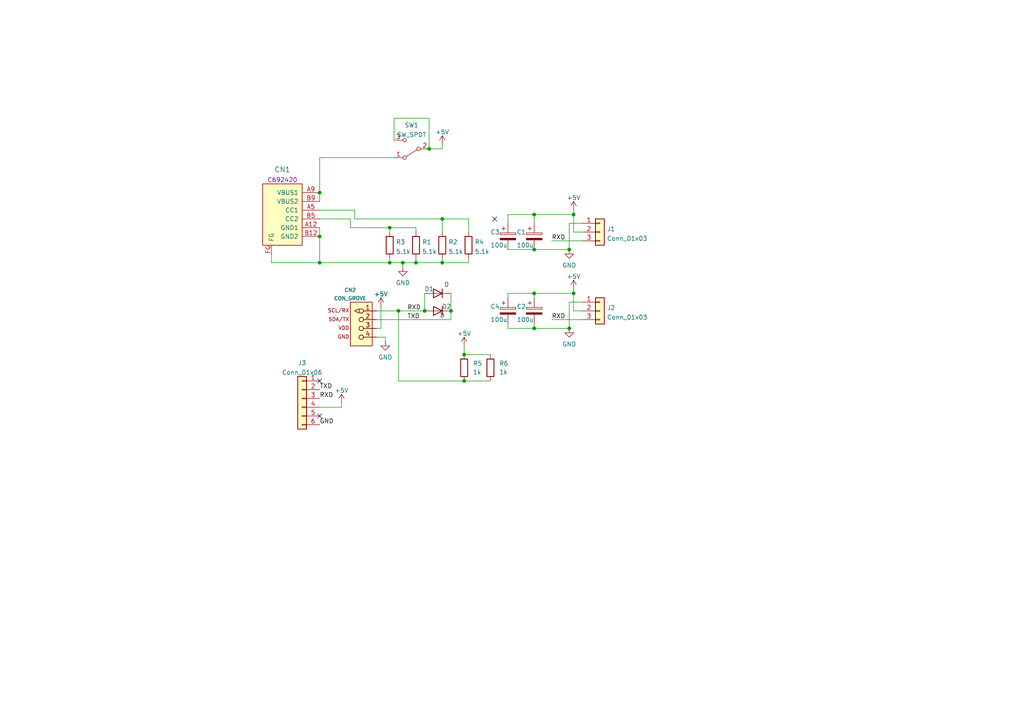
<source format=kicad_sch>
(kicad_sch (version 20211123) (generator eeschema)
  (paper "A4")
  (lib_symbols
    (symbol "Connector_Generic:Conn_01x03" (pin_names (offset 1.016) hide)
      (property "Reference" "J" (at 0 5.08 0))
      (property "Value" "Conn_01x03" (at 0 -5.08 0))
      (symbol "Conn_01x03_1_1"
        (rectangle (start -1.27 -2.413) (end 0 -2.667) (stroke (width 0.1524)))
        (rectangle (start -1.27 0.127) (end 0 -0.127) (stroke (width 0.1524)))
        (rectangle (start -1.27 2.667) (end 0 2.413) (stroke (width 0.1524)))
        (rectangle (start -1.27 3.81) (end 1.27 -3.81) (stroke (width 0.254)) (fill (type background)))
        (pin passive line (at -5.08 2.54 0) (length 3.81) (name "Pin_1") (number "1"))
        (pin passive line (at -5.08 0 0) (length 3.81) (name "Pin_2") (number "2"))
        (pin passive line (at -5.08 -2.54 0) (length 3.81) (name "Pin_3") (number "3"))
      )
    )
    (symbol "Connector_Generic:Conn_01x06" (pin_names (offset 1.016) hide)
      (property "Reference" "J" (at 0 7.62 0))
      (property "Value" "Conn_01x06" (at 0 -10.16 0))
      (symbol "Conn_01x06_1_1"
        (rectangle (start -1.27 -7.493) (end 0 -7.747) (stroke (width 0.1524)))
        (rectangle (start -1.27 -4.953) (end 0 -5.207) (stroke (width 0.1524)))
        (rectangle (start -1.27 -2.413) (end 0 -2.667) (stroke (width 0.1524)))
        (rectangle (start -1.27 0.127) (end 0 -0.127) (stroke (width 0.1524)))
        (rectangle (start -1.27 2.667) (end 0 2.413) (stroke (width 0.1524)))
        (rectangle (start -1.27 5.207) (end 0 4.953) (stroke (width 0.1524)))
        (rectangle (start -1.27 6.35) (end 1.27 -8.89) (stroke (width 0.254)) (fill (type background)))
        (pin passive line (at -5.08 5.08 0) (length 3.81) (name "Pin_1") (number "1"))
        (pin passive line (at -5.08 2.54 0) (length 3.81) (name "Pin_2") (number "2"))
        (pin passive line (at -5.08 0 0) (length 3.81) (name "Pin_3") (number "3"))
        (pin passive line (at -5.08 -2.54 0) (length 3.81) (name "Pin_4") (number "4"))
        (pin passive line (at -5.08 -5.08 0) (length 3.81) (name "Pin_5") (number "5"))
        (pin passive line (at -5.08 -7.62 0) (length 3.81) (name "Pin_6") (number "6"))
      )
    )
    (symbol "Device:C_Polarized" (pin_numbers hide) (pin_names (offset 0.254))
      (property "Reference" "C" (at 0.635 2.54 0))
      (property "Value" "C_Polarized" (at 0.635 -2.54 0))
      (symbol "C_Polarized_0_1"
        (rectangle (start -2.286 0.508) (end 2.286 1.016))
        (polyline (pts (xy -1.778 2.286) (xy -0.762 2.286)))
        (polyline (pts (xy -1.27 2.794) (xy -1.27 1.778)))
        (rectangle (start 2.286 -0.508) (end -2.286 -1.016) (fill (type outline)))
      )
      (symbol "C_Polarized_1_1"
        (pin passive line (at 0 3.81 270) (length 2.794) (name "~") (number "1"))
        (pin passive line (at 0 -3.81 90) (length 2.794) (name "~") (number "2"))
      )
    )
    (symbol "Device:D" (pin_numbers hide) (pin_names (offset 1.016) hide)
      (property "Reference" "D" (at 0 2.54 0))
      (property "Value" "D" (at 0 -2.54 0))
      (symbol "D_0_1"
        (polyline (pts (xy -1.27 1.27) (xy -1.27 -1.27)) (stroke (width 0.254)))
        (polyline (pts (xy 1.27 0) (xy -1.27 0)))
        (polyline (pts (xy 1.27 1.27) (xy 1.27 -1.27) (xy -1.27 0) (xy 1.27 1.27)) (stroke (width 0.254)))
      )
      (symbol "D_1_1"
        (pin passive line (at -3.81 0 0) (length 2.54) (name "K") (number "1"))
        (pin passive line (at 3.81 0 180) (length 2.54) (name "A") (number "2"))
      )
    )
    (symbol "Device:R" (pin_numbers hide) (pin_names (offset 0))
      (property "Reference" "R" (at 2.032 0 90))
      (property "Value" "R" (at 0 0 90))
      (symbol "R_0_1"
        (rectangle (start -1.016 -2.54) (end 1.016 2.54) (stroke (width 0.254)))
      )
      (symbol "R_1_1"
        (pin passive line (at 0 3.81 270) (length 1.27) (name "~") (number "1"))
        (pin passive line (at 0 -3.81 90) (length 1.27) (name "~") (number "2"))
      )
    )
    (symbol "Switch:SW_SPDT" (pin_names (offset 0) hide)
      (property "Reference" "SW" (at 0 4.318 0))
      (property "Value" "SW_SPDT" (at 0 -5.08 0))
      (symbol "SW_SPDT_0_0"
        (circle (center -2.032 0) (radius 0.508))
        (circle (center 2.032 -2.54) (radius 0.508))
      )
      (symbol "SW_SPDT_0_1"
        (polyline (pts (xy -1.524 0.254) (xy 1.651 2.286)))
        (circle (center 2.032 2.54) (radius 0.508))
      )
      (symbol "SW_SPDT_1_1"
        (pin passive line (at 5.08 2.54 180) (length 2.54) (name "A") (number "1"))
        (pin passive line (at -5.08 0 0) (length 2.54) (name "B") (number "2"))
        (pin passive line (at 5.08 -2.54 180) (length 2.54) (name "C") (number "3"))
      )
    )
    (symbol "akita:CON_GROVE" (pin_names (offset 1.016))
      (property "Reference" "CN" (at 0 3.81 0))
      (property "Value" "CON_GROVE" (at 3.81 -5.08 90))
      (symbol "CON_GROVE_1_0"
        (text "GND" (at 5.334 -5.588 0) (effects (font (size 1.0668 1.0668)) (justify left bottom)))
        (text "SCL/RX" (at 5.334 2.032 0) (effects (font (size 1.0668 1.0668)) (justify left bottom)))
        (text "SDA/TX" (at 5.334 -0.508 0) (effects (font (size 1.0668 1.0668)) (justify left bottom)))
        (text "VDD" (at 5.334 -3.048 0) (effects (font (size 1.0668 1.0668)) (justify left bottom)))
        (pin bidirectional inverted_clock (at -2.54 2.54 0) (length 5.08) (name "1") (number "1"))
        (pin bidirectional inverted (at -2.54 0 0) (length 5.08) (name "2") (number "2"))
        (pin bidirectional inverted (at -2.54 -2.54 0) (length 5.08) (name "3") (number "3"))
        (pin bidirectional inverted (at -2.54 -5.08 0) (length 5.08) (name "4") (number "4"))
      )
      (symbol "CON_GROVE_1_1"
        (rectangle (start -1.27 5.08) (end 5.08 -7.62) (stroke (width 0.2032)) (fill (type background)))
      )
    )
    (symbol "akita:CON_USB-C-6" (pin_names (offset 1.016))
      (property "Reference" "CN" (at -2.54 -8.89 0))
      (property "LCSC" "C692420" (at 0 0 0))
      (symbol "CON_USB-C-6_1_0"
        (rectangle (start -7.62 10.16) (end 3.81 -7.62) (stroke (width 0.2032)) (fill (type background)))
        (pin bidirectional line (at -12.7 -2.54 0) (length 5.08) (name "GND1") (number "A12"))
        (pin bidirectional line (at -12.7 2.54 0) (length 5.08) (name "CC1") (number "A5"))
        (pin bidirectional line (at -12.7 7.62 0) (length 5.08) (name "VBUS1") (number "A9"))
        (pin bidirectional line (at -12.7 -5.08 0) (length 5.08) (name "GND2") (number "B12"))
        (pin bidirectional line (at -12.7 0 0) (length 5.08) (name "CC2") (number "B5"))
        (pin bidirectional line (at -12.7 5.08 0) (length 5.08) (name "VBUS2") (number "B9"))
      )
      (symbol "CON_USB-C-6_1_1"
        (pin input line (at 1.27 -10.16 90) (length 2.54) (name "FG") (number "FG"))
      )
    )
    (symbol "power:+5V" (power) (pin_names (offset 0))
      (property "Value" "+5V" (at 0 3.556 0))
      (symbol "+5V_0_1"
        (polyline (pts (xy -0.762 1.27) (xy 0 2.54)))
        (polyline (pts (xy 0 0) (xy 0 2.54)))
        (polyline (pts (xy 0 2.54) (xy 0.762 1.27)))
      )
      (symbol "+5V_1_1"
        (pin power_in line (at 0 0 90) (length 0) hide (name "+5V") (number "1"))
      )
    )
    (symbol "power:GND" (power) (pin_names (offset 0))
      (property "Value" "GND" (at 0 -3.81 0))
      (symbol "GND_0_1"
        (polyline (pts (xy 0 0) (xy 0 -1.27) (xy 1.27 -1.27) (xy 0 -2.54) (xy -1.27 -1.27) (xy 0 -1.27)))
      )
      (symbol "GND_1_1"
        (pin power_in line (at 0 0 270) (length 0) hide (name "GND") (number "1"))
      )
    )
  )
  (junction (at 92.71 55.88))
  (junction (at 166.37 62.23))
  (junction (at 124.46 43.18))
  (junction (at 166.37 85.09))
  (junction (at 120.65 76.2))
  (junction (at 115.57 90.17))
  (junction (at 92.71 76.2))
  (junction (at 128.27 63.5))
  (junction (at 154.94 72.39))
  (junction (at 154.94 85.09))
  (junction (at 113.03 76.2))
  (junction (at 154.94 95.25))
  (junction (at 116.84 76.2))
  (junction (at 128.27 76.2))
  (junction (at 134.62 102.87))
  (junction (at 165.1 95.25))
  (junction (at 134.62 110.49))
  (junction (at 92.71 68.58))
  (junction (at 165.1 72.39))
  (junction (at 123.19 90.17))
  (junction (at 154.94 62.23))
  (junction (at 113.03 66.04))
  (junction (at 130.81 90.17))
  (no_connect (at 92.71 110.49))
  (no_connect (at 92.71 120.65))
  (no_connect (at 143.51 63.5))
  (wire (pts (xy 168.91 90.17) (xy 166.37 90.17)))
  (wire (pts (xy 165.1 64.77) (xy 165.1 72.39)))
  (wire (pts (xy 92.71 63.5) (xy 101.6 63.5)))
  (wire (pts (xy 147.32 95.25) (xy 147.32 93.98)))
  (wire (pts (xy 120.65 76.2) (xy 128.27 76.2)))
  (wire (pts (xy 92.71 68.58) (xy 92.71 76.2)))
  (wire (pts (xy 92.71 66.04) (xy 92.71 68.58)))
  (wire (pts (xy 166.37 67.31) (xy 166.37 62.23)))
  (wire (pts (xy 130.81 85.09) (xy 130.81 90.17)))
  (wire (pts (xy 111.76 97.79) (xy 111.76 99.06)))
  (wire (pts (xy 92.71 118.11) (xy 99.06 118.11)))
  (wire (pts (xy 128.27 63.5) (xy 102.87 63.5)))
  (wire (pts (xy 113.03 66.04) (xy 120.65 66.04)))
  (wire (pts (xy 166.37 62.23) (xy 154.94 62.23)))
  (wire (pts (xy 160.02 69.85) (xy 168.91 69.85)))
  (wire (pts (xy 113.03 66.04) (xy 113.03 67.31)))
  (wire (pts (xy 114.3 34.29) (xy 124.46 34.29)))
  (wire (pts (xy 114.3 40.64) (xy 114.3 34.29)))
  (wire (pts (xy 128.27 43.18) (xy 128.27 41.91)))
  (wire (pts (xy 147.32 72.39) (xy 154.94 72.39)))
  (wire (pts (xy 78.74 76.2) (xy 78.74 73.66)))
  (wire (pts (xy 134.62 102.87) (xy 142.24 102.87)))
  (wire (pts (xy 168.91 64.77) (xy 165.1 64.77)))
  (wire (pts (xy 128.27 76.2) (xy 128.27 74.93)))
  (wire (pts (xy 92.71 60.96) (xy 102.87 60.96)))
  (wire (pts (xy 124.46 43.18) (xy 128.27 43.18)))
  (wire (pts (xy 113.03 76.2) (xy 116.84 76.2)))
  (wire (pts (xy 113.03 74.93) (xy 113.03 76.2)))
  (wire (pts (xy 92.71 45.72) (xy 114.3 45.72)))
  (wire (pts (xy 160.02 92.71) (xy 168.91 92.71)))
  (wire (pts (xy 165.1 87.63) (xy 165.1 95.25)))
  (wire (pts (xy 109.22 95.25) (xy 110.49 95.25)))
  (wire (pts (xy 128.27 63.5) (xy 128.27 67.31)))
  (wire (pts (xy 101.6 66.04) (xy 113.03 66.04)))
  (wire (pts (xy 168.91 87.63) (xy 165.1 87.63)))
  (wire (pts (xy 92.71 58.42) (xy 92.71 55.88)))
  (wire (pts (xy 142.24 110.49) (xy 134.62 110.49)))
  (wire (pts (xy 123.19 85.09) (xy 123.19 90.17)))
  (wire (pts (xy 135.89 63.5) (xy 128.27 63.5)))
  (wire (pts (xy 101.6 63.5) (xy 101.6 66.04)))
  (wire (pts (xy 109.22 97.79) (xy 111.76 97.79)))
  (wire (pts (xy 166.37 62.23) (xy 166.37 60.96)))
  (wire (pts (xy 99.06 118.11) (xy 99.06 116.84)))
  (wire (pts (xy 128.27 76.2) (xy 135.89 76.2)))
  (wire (pts (xy 109.22 90.17) (xy 115.57 90.17)))
  (wire (pts (xy 134.62 100.33) (xy 134.62 102.87)))
  (wire (pts (xy 165.1 95.25) (xy 154.94 95.25)))
  (wire (pts (xy 135.89 67.31) (xy 135.89 63.5)))
  (wire (pts (xy 135.89 76.2) (xy 135.89 74.93)))
  (wire (pts (xy 147.32 95.25) (xy 154.94 95.25)))
  (wire (pts (xy 166.37 85.09) (xy 154.94 85.09)))
  (wire (pts (xy 134.62 110.49) (xy 115.57 110.49)))
  (wire (pts (xy 92.71 76.2) (xy 113.03 76.2)))
  (wire (pts (xy 115.57 110.49) (xy 115.57 90.17)))
  (wire (pts (xy 110.49 95.25) (xy 110.49 88.9)))
  (wire (pts (xy 154.94 85.09) (xy 154.94 86.36)))
  (wire (pts (xy 120.65 66.04) (xy 120.65 67.31)))
  (wire (pts (xy 124.46 34.29) (xy 124.46 43.18)))
  (wire (pts (xy 92.71 55.88) (xy 92.71 45.72)))
  (wire (pts (xy 166.37 85.09) (xy 166.37 83.82)))
  (wire (pts (xy 168.91 67.31) (xy 166.37 67.31)))
  (wire (pts (xy 154.94 85.09) (xy 147.32 85.09)))
  (wire (pts (xy 120.65 76.2) (xy 120.65 74.93)))
  (wire (pts (xy 109.22 92.71) (xy 130.81 92.71)))
  (wire (pts (xy 166.37 90.17) (xy 166.37 85.09)))
  (wire (pts (xy 116.84 76.2) (xy 116.84 77.47)))
  (wire (pts (xy 147.32 62.23) (xy 147.32 64.77)))
  (wire (pts (xy 147.32 85.09) (xy 147.32 86.36)))
  (wire (pts (xy 78.74 76.2) (xy 92.71 76.2)))
  (wire (pts (xy 102.87 60.96) (xy 102.87 63.5)))
  (wire (pts (xy 116.84 76.2) (xy 120.65 76.2)))
  (wire (pts (xy 115.57 90.17) (xy 123.19 90.17)))
  (wire (pts (xy 154.94 62.23) (xy 154.94 64.77)))
  (wire (pts (xy 154.94 95.25) (xy 154.94 93.98)))
  (wire (pts (xy 154.94 72.39) (xy 165.1 72.39)))
  (wire (pts (xy 154.94 62.23) (xy 147.32 62.23)))
  (wire (pts (xy 130.81 92.71) (xy 130.81 90.17)))
  (label "TXD" (at 92.71 113.03 0))
  (label "GND" (at 92.71 123.19 0))
  (label "RXD" (at 160.02 92.71 0))
  (label "RXD" (at 118.11 90.17 0))
  (label "RXD" (at 160.02 69.85 0))
  (label "RXD" (at 92.71 115.57 0))
  (label "TXD" (at 118.11 92.71 0))
  (symbol (lib_id "power:+5V") (at 110.49 88.9 0) (unit 1)
    (property "Reference" "#PWR01" (effects hide))
    (property "Value" "+5V" (at 110.49 85.2955 0))
  )
  (symbol (lib_id "Device:D") (at 127 90.17 180) (unit 1)
    (property "Reference" "D2" (at 129.54 88.9 0))
    (property "Value" "D" (at 128.27 91.44 0))
    (property "Footprint" "Diode_THT:D_DO-34_SOD68_P7.62mm_Horizontal" (effects hide))
  )
  (symbol (lib_id "power:+5V") (at 134.62 100.33 0) (unit 1)
    (property "Reference" "#PWR09" (effects hide))
    (property "Value" "+5V" (at 134.62 96.7255 0))
  )
  (symbol (lib_id "akita:CON_USB-C-6") (at 80.01 63.5 0) (mirror y) (unit 1)
    (property "Reference" "CN1" (at 81.915 49.1722 0) (effects (font (size 1.4986 1.4986))))
    (property "Value" "CON_USB-C-6" (effects hide))
    (property "Footprint" "akita:USB-C_6P_V_TH" (effects hide))
    (property "LCSC" "C692420" (at 81.915 52.174 0))
  )
  (symbol (lib_id "power:GND") (at 165.1 95.25 0) (unit 1)
    (property "Reference" "#PWR06" (effects hide))
    (property "Value" "GND" (at 165.1 99.8125 0))
  )
  (symbol (lib_id "Device:C_Polarized") (at 154.94 68.58 0) (unit 1)
    (property "Reference" "C1" (at 149.86 67.31 0) (effects (justify left)))
    (property "Value" "100u" (at 149.86 71.12 0) (effects (justify left)))
    (property "Footprint" "Capacitor_THT:CP_Radial_D6.3mm_P2.50mm" (effects hide))
  )
  (symbol (lib_id "Device:R") (at 135.89 71.12 0) (unit 1)
    (property "Reference" "R4" (at 137.668 70.2115 0) (effects (justify left)))
    (property "Value" "5.1k" (at 137.668 72.9866 0) (effects (justify left)))
    (property "Footprint" "Resistor_THT:R_Axial_DIN0204_L3.6mm_D1.6mm_P5.08mm_Vertical" (effects hide))
  )
  (symbol (lib_id "Connector_Generic:Conn_01x03") (at 173.99 90.17 0) (unit 1)
    (property "Reference" "J2" (at 176.022 89.2615 0) (effects (justify left)))
    (property "Value" "Conn_01x03" (at 176.022 92.0366 0) (effects (justify left)))
    (property "Footprint" "Connector_Molex:Molex_SPOX_5267-03A_1x03_P2.50mm_Vertical" (effects hide))
  )
  (symbol (lib_id "Connector_Generic:Conn_01x03") (at 173.99 67.31 0) (unit 1)
    (property "Reference" "J1" (at 176.022 66.4015 0) (effects (justify left)))
    (property "Value" "Conn_01x03" (at 176.022 69.1766 0) (effects (justify left)))
    (property "Footprint" "Connector_Molex:Molex_SPOX_5267-03A_1x03_P2.50mm_Vertical" (effects hide))
  )
  (symbol (lib_id "power:+5V") (at 166.37 60.96 0) (unit 1)
    (property "Reference" "#PWR07" (effects hide))
    (property "Value" "+5V" (at 166.37 57.3555 0))
  )
  (symbol (lib_id "power:GND") (at 116.84 77.47 0) (unit 1)
    (property "Reference" "#PWR03" (effects hide))
    (property "Value" "GND" (at 116.84 82.0325 0))
  )
  (symbol (lib_id "Device:D") (at 127 85.09 180) (unit 1)
    (property "Reference" "D1" (at 124.46 83.82 0))
    (property "Value" "D" (at 129.54 82.55 0))
    (property "Footprint" "Diode_SMD:D_SOD-123F" (effects hide))
  )
  (symbol (lib_id "Device:C_Polarized") (at 147.32 90.17 0) (unit 1)
    (property "Reference" "C4" (at 142.24 88.9 0) (effects (justify left)))
    (property "Value" "100u" (at 142.24 92.71 0) (effects (justify left)))
    (property "Footprint" "Capacitor_SMD:C_1206_3216Metric" (effects hide))
  )
  (symbol (lib_id "power:+5V") (at 99.06 116.84 0) (unit 1)
    (property "Reference" "#PWR010" (effects hide))
    (property "Value" "+5V" (at 99.06 113.2355 0))
  )
  (symbol (lib_id "power:+5V") (at 128.27 41.91 0) (unit 1)
    (property "Reference" "#PWR04" (effects hide))
    (property "Value" "+5V" (at 128.27 38.3055 0))
  )
  (symbol (lib_id "power:GND") (at 165.1 72.39 0) (unit 1)
    (property "Reference" "#PWR05" (effects hide))
    (property "Value" "GND" (at 165.1 76.9525 0))
  )
  (symbol (lib_id "akita:CON_GROVE") (at 106.68 92.71 0) (mirror y) (unit 1)
    (property "Reference" "CN2" (at 101.5587 84.1406 0) (effects (font (size 1.0668 1.0668))))
    (property "Value" "CON_GROVE" (at 101.5587 86.5123 0) (effects (font (size 1.0668 1.0668))))
    (property "Footprint" "akita:CON_GROVE_V" (effects hide))
  )
  (symbol (lib_id "Connector_Generic:Conn_01x06") (at 87.63 115.57 0) (mirror y) (unit 1)
    (property "Reference" "J3" (at 87.63 105.2535 0))
    (property "Value" "Conn_01x06" (at 87.63 108.0286 0))
    (property "Footprint" "Connector_PinSocket_2.54mm:PinSocket_1x06_P2.54mm_Vertical" (effects hide))
  )
  (symbol (lib_id "Device:R") (at 134.62 106.68 0) (unit 1)
    (property "Reference" "R5" (at 137.16 105.4099 0) (effects (justify left)))
    (property "Value" "1k" (at 137.16 107.9499 0) (effects (justify left)))
    (property "Footprint" "Resistor_THT:R_Axial_DIN0204_L3.6mm_D1.6mm_P5.08mm_Vertical" (effects hide))
  )
  (symbol (lib_id "Device:R") (at 120.65 71.12 0) (unit 1)
    (property "Reference" "R1" (at 122.428 70.2115 0) (effects (justify left)))
    (property "Value" "5.1k" (at 122.428 72.9866 0) (effects (justify left)))
    (property "Footprint" "Resistor_SMD:R_0603_1608Metric" (effects hide))
  )
  (symbol (lib_id "Device:C_Polarized") (at 154.94 90.17 0) (unit 1)
    (property "Reference" "C2" (at 149.86 88.9 0) (effects (justify left)))
    (property "Value" "100u" (at 149.86 92.71 0) (effects (justify left)))
    (property "Footprint" "Capacitor_THT:CP_Radial_D6.3mm_P2.50mm" (effects hide))
  )
  (symbol (lib_id "Device:R") (at 128.27 71.12 0) (unit 1)
    (property "Reference" "R2" (at 130.048 70.2115 0) (effects (justify left)))
    (property "Value" "5.1k" (at 130.048 72.9866 0) (effects (justify left)))
    (property "Footprint" "Resistor_SMD:R_0603_1608Metric" (effects hide))
  )
  (symbol (lib_id "power:+5V") (at 166.37 83.82 0) (unit 1)
    (property "Reference" "#PWR08" (effects hide))
    (property "Value" "+5V" (at 166.37 80.2155 0))
  )
  (symbol (lib_id "Device:R") (at 142.24 106.68 0) (unit 1)
    (property "Reference" "R6" (at 144.78 105.4099 0) (effects (justify left)))
    (property "Value" "1k" (at 144.78 107.9499 0) (effects (justify left)))
    (property "Footprint" "Resistor_SMD:R_0603_1608Metric" (effects hide))
  )
  (symbol (lib_id "Device:R") (at 113.03 71.12 0) (unit 1)
    (property "Reference" "R3" (at 114.808 70.2115 0) (effects (justify left)))
    (property "Value" "5.1k" (at 114.808 72.9866 0) (effects (justify left)))
    (property "Footprint" "Resistor_THT:R_Axial_DIN0204_L3.6mm_D1.6mm_P5.08mm_Vertical" (effects hide))
  )
  (symbol (lib_id "Device:C_Polarized") (at 147.32 68.58 0) (unit 1)
    (property "Reference" "C3" (at 142.24 67.31 0) (effects (justify left)))
    (property "Value" "100u" (at 142.24 71.12 0) (effects (justify left)))
    (property "Footprint" "Capacitor_SMD:C_1206_3216Metric" (effects hide))
  )
  (symbol (lib_id "power:GND") (at 111.76 99.06 0) (unit 1)
    (property "Reference" "#PWR02" (effects hide))
    (property "Value" "GND" (at 111.76 103.6225 0))
  )
  (symbol (lib_id "Switch:SW_SPDT") (at 119.38 43.18 180) (unit 1)
    (property "Reference" "SW1" (at 119.38 36.2925 0))
    (property "Value" "SW_SPDT" (at 119.38 39.0676 0))
    (property "Footprint" "akita:SW_SPDT_9x4mm_W2.5mm" (effects hide))
  )
)
</source>
